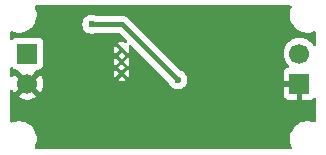
<source format=gbr>
%TF.GenerationSoftware,KiCad,Pcbnew,9.0.2*%
%TF.CreationDate,2025-09-11T23:54:02+05:30*%
%TF.ProjectId,DC_BUCK_CONVERTER,44435f42-5543-44b5-9f43-4f4e56455254,rev?*%
%TF.SameCoordinates,Original*%
%TF.FileFunction,Copper,L2,Bot*%
%TF.FilePolarity,Positive*%
%FSLAX46Y46*%
G04 Gerber Fmt 4.6, Leading zero omitted, Abs format (unit mm)*
G04 Created by KiCad (PCBNEW 9.0.2) date 2025-09-11 23:54:02*
%MOMM*%
%LPD*%
G01*
G04 APERTURE LIST*
%TA.AperFunction,ComponentPad*%
%ADD10C,0.300000*%
%TD*%
%TA.AperFunction,ComponentPad*%
%ADD11R,1.700000X1.700000*%
%TD*%
%TA.AperFunction,ComponentPad*%
%ADD12C,1.700000*%
%TD*%
%TA.AperFunction,ViaPad*%
%ADD13C,0.600000*%
%TD*%
%TA.AperFunction,Conductor*%
%ADD14C,0.400000*%
%TD*%
G04 APERTURE END LIST*
D10*
%TO.P,U1,14*%
%TO.N,GND*%
X157200000Y-83050000D03*
%TO.P,U1,15*%
X157200000Y-82050000D03*
%TO.P,U1,16*%
X157200000Y-81050000D03*
%TD*%
D11*
%TO.P,J1,1,Pin_1*%
%TO.N,VIN*%
X149200000Y-81375000D03*
D12*
%TO.P,J1,2,Pin_2*%
%TO.N,GND*%
X149200000Y-83915000D03*
%TD*%
D11*
%TO.P,J2,1,Pin_1*%
%TO.N,GND*%
X172250000Y-83925000D03*
D12*
%TO.P,J2,2,Pin_2*%
%TO.N,VOUT*%
X172250000Y-81385000D03*
%TD*%
D13*
%TO.N,Net-(U1-FB)*%
X154650000Y-78900000D03*
X161950000Y-83600000D03*
%TD*%
D14*
%TO.N,Net-(U1-FB)*%
X161950000Y-83600000D02*
X157250000Y-78900000D01*
X157250000Y-78900000D02*
X154650000Y-78900000D01*
%TD*%
%TA.AperFunction,Conductor*%
%TO.N,GND*%
G36*
X171538004Y-77320185D02*
G01*
X171583759Y-77372989D01*
X171593703Y-77442147D01*
X171581450Y-77480795D01*
X171559433Y-77524003D01*
X171486446Y-77748631D01*
X171449500Y-77981902D01*
X171449500Y-78218097D01*
X171486446Y-78451368D01*
X171559433Y-78675996D01*
X171666657Y-78886433D01*
X171805483Y-79077510D01*
X171972490Y-79244517D01*
X172163567Y-79383343D01*
X172250499Y-79427637D01*
X172374003Y-79490566D01*
X172374005Y-79490566D01*
X172374008Y-79490568D01*
X172470087Y-79521786D01*
X172598631Y-79563553D01*
X172831903Y-79600500D01*
X172831908Y-79600500D01*
X173068097Y-79600500D01*
X173301368Y-79563553D01*
X173487182Y-79503177D01*
X173557022Y-79501183D01*
X173616855Y-79537263D01*
X173647684Y-79599964D01*
X173649500Y-79621109D01*
X173649500Y-80640444D01*
X173629815Y-80707483D01*
X173577011Y-80753238D01*
X173507853Y-80763182D01*
X173444297Y-80734157D01*
X173415016Y-80696740D01*
X173405050Y-80677182D01*
X173280109Y-80505213D01*
X173129786Y-80354890D01*
X172957820Y-80229951D01*
X172768414Y-80133444D01*
X172768413Y-80133443D01*
X172768412Y-80133443D01*
X172566243Y-80067754D01*
X172566241Y-80067753D01*
X172566240Y-80067753D01*
X172404957Y-80042208D01*
X172356287Y-80034500D01*
X172143713Y-80034500D01*
X172095042Y-80042208D01*
X171933760Y-80067753D01*
X171731585Y-80133444D01*
X171542179Y-80229951D01*
X171370213Y-80354890D01*
X171219890Y-80505213D01*
X171094951Y-80677179D01*
X170998444Y-80866585D01*
X170932753Y-81068760D01*
X170905696Y-81239594D01*
X170899500Y-81278713D01*
X170899500Y-81491287D01*
X170932754Y-81701243D01*
X170984470Y-81860409D01*
X170998444Y-81903414D01*
X171094951Y-82092820D01*
X171219890Y-82264786D01*
X171333818Y-82378714D01*
X171367303Y-82440037D01*
X171362319Y-82509729D01*
X171320447Y-82565662D01*
X171289471Y-82582577D01*
X171157912Y-82631646D01*
X171157906Y-82631649D01*
X171042812Y-82717809D01*
X171042809Y-82717812D01*
X170956649Y-82832906D01*
X170956645Y-82832913D01*
X170906403Y-82967620D01*
X170906401Y-82967627D01*
X170900000Y-83027155D01*
X170900000Y-83675000D01*
X171816988Y-83675000D01*
X171784075Y-83732007D01*
X171750000Y-83859174D01*
X171750000Y-83990826D01*
X171784075Y-84117993D01*
X171816988Y-84175000D01*
X170900000Y-84175000D01*
X170900000Y-84822844D01*
X170906401Y-84882372D01*
X170906403Y-84882379D01*
X170956645Y-85017086D01*
X170956649Y-85017093D01*
X171042809Y-85132187D01*
X171042812Y-85132190D01*
X171157906Y-85218350D01*
X171157913Y-85218354D01*
X171292620Y-85268596D01*
X171292627Y-85268598D01*
X171352155Y-85274999D01*
X171352172Y-85275000D01*
X172000000Y-85275000D01*
X172000000Y-84358012D01*
X172057007Y-84390925D01*
X172184174Y-84425000D01*
X172315826Y-84425000D01*
X172442993Y-84390925D01*
X172500000Y-84358012D01*
X172500000Y-85275000D01*
X173147828Y-85275000D01*
X173147844Y-85274999D01*
X173207372Y-85268598D01*
X173207379Y-85268596D01*
X173342086Y-85218354D01*
X173342089Y-85218352D01*
X173451188Y-85136680D01*
X173516652Y-85112262D01*
X173584925Y-85127113D01*
X173634331Y-85176517D01*
X173649500Y-85235946D01*
X173649500Y-87078890D01*
X173629815Y-87145929D01*
X173577011Y-87191684D01*
X173507853Y-87201628D01*
X173487182Y-87196821D01*
X173301370Y-87136447D01*
X173068097Y-87099500D01*
X173068092Y-87099500D01*
X172831908Y-87099500D01*
X172831903Y-87099500D01*
X172598631Y-87136446D01*
X172374003Y-87209433D01*
X172163566Y-87316657D01*
X172054550Y-87395862D01*
X171972490Y-87455483D01*
X171972488Y-87455485D01*
X171972487Y-87455485D01*
X171805485Y-87622487D01*
X171805485Y-87622488D01*
X171805483Y-87622490D01*
X171745862Y-87704550D01*
X171666657Y-87813566D01*
X171559433Y-88024003D01*
X171486446Y-88248631D01*
X171449500Y-88481902D01*
X171449500Y-88718097D01*
X171486446Y-88951368D01*
X171522224Y-89061478D01*
X171559432Y-89175992D01*
X171559433Y-89175995D01*
X171559434Y-89175996D01*
X171606926Y-89269205D01*
X171619822Y-89337875D01*
X171593545Y-89402615D01*
X171536439Y-89442872D01*
X171496441Y-89449500D01*
X149953559Y-89449500D01*
X149886520Y-89429815D01*
X149840765Y-89377011D01*
X149830821Y-89307853D01*
X149843074Y-89269205D01*
X149856414Y-89243022D01*
X149890568Y-89175992D01*
X149963553Y-88951368D01*
X149988929Y-88791150D01*
X150000500Y-88718097D01*
X150000500Y-88481902D01*
X149963553Y-88248631D01*
X149890566Y-88024003D01*
X149783342Y-87813566D01*
X149644517Y-87622490D01*
X149477510Y-87455483D01*
X149286433Y-87316657D01*
X149249499Y-87297838D01*
X149075996Y-87209433D01*
X148851368Y-87136446D01*
X148618097Y-87099500D01*
X148618092Y-87099500D01*
X148381908Y-87099500D01*
X148381903Y-87099500D01*
X148148631Y-87136446D01*
X147924003Y-87209433D01*
X147921944Y-87210287D01*
X147921099Y-87210377D01*
X147919375Y-87210938D01*
X147919257Y-87210575D01*
X147852474Y-87217750D01*
X147789997Y-87186470D01*
X147754349Y-87126379D01*
X147750500Y-87095722D01*
X147750500Y-84560323D01*
X147770185Y-84493284D01*
X147822989Y-84447529D01*
X147892147Y-84437585D01*
X147955703Y-84466610D01*
X147984985Y-84504028D01*
X148045375Y-84622550D01*
X148084728Y-84676716D01*
X148717037Y-84044408D01*
X148734075Y-84107993D01*
X148799901Y-84222007D01*
X148892993Y-84315099D01*
X149007007Y-84380925D01*
X149070590Y-84397962D01*
X148438282Y-85030269D01*
X148438282Y-85030270D01*
X148492449Y-85069624D01*
X148681782Y-85166095D01*
X148883870Y-85231757D01*
X149093754Y-85265000D01*
X149306246Y-85265000D01*
X149516127Y-85231757D01*
X149516130Y-85231757D01*
X149718217Y-85166095D01*
X149907554Y-85069622D01*
X149961716Y-85030270D01*
X149961717Y-85030270D01*
X149329408Y-84397962D01*
X149392993Y-84380925D01*
X149507007Y-84315099D01*
X149600099Y-84222007D01*
X149665925Y-84107993D01*
X149682962Y-84044408D01*
X150315270Y-84676717D01*
X150315270Y-84676716D01*
X150354622Y-84622554D01*
X150451095Y-84433217D01*
X150516757Y-84231130D01*
X150516757Y-84231127D01*
X150550000Y-84021246D01*
X150550000Y-83808753D01*
X150517504Y-83603591D01*
X156858540Y-83603591D01*
X156892112Y-83626023D01*
X157010401Y-83675020D01*
X157010409Y-83675022D01*
X157135976Y-83699999D01*
X157135980Y-83700000D01*
X157264020Y-83700000D01*
X157264023Y-83699999D01*
X157389590Y-83675022D01*
X157389594Y-83675021D01*
X157507891Y-83626020D01*
X157507898Y-83626016D01*
X157541458Y-83603591D01*
X157541459Y-83603590D01*
X157200001Y-83262132D01*
X157200000Y-83262132D01*
X156858540Y-83603591D01*
X150517504Y-83603591D01*
X150516757Y-83598872D01*
X150516755Y-83598864D01*
X150515726Y-83595694D01*
X150451095Y-83396782D01*
X150354624Y-83207449D01*
X150315270Y-83153282D01*
X150315269Y-83153282D01*
X149682962Y-83785590D01*
X149665925Y-83722007D01*
X149600099Y-83607993D01*
X149507007Y-83514901D01*
X149392993Y-83449075D01*
X149329409Y-83432037D01*
X149775469Y-82985976D01*
X156550000Y-82985976D01*
X156550000Y-83114023D01*
X156574977Y-83239590D01*
X156574979Y-83239598D01*
X156623976Y-83357886D01*
X156623981Y-83357896D01*
X156646407Y-83391458D01*
X156646408Y-83391458D01*
X156987868Y-83050000D01*
X156987868Y-83049999D01*
X156967978Y-83030109D01*
X157100000Y-83030109D01*
X157100000Y-83069891D01*
X157115224Y-83106645D01*
X157143355Y-83134776D01*
X157180109Y-83150000D01*
X157219891Y-83150000D01*
X157256645Y-83134776D01*
X157284776Y-83106645D01*
X157300000Y-83069891D01*
X157300000Y-83049999D01*
X157412132Y-83049999D01*
X157412132Y-83050001D01*
X157753590Y-83391459D01*
X157753591Y-83391458D01*
X157776016Y-83357898D01*
X157776020Y-83357891D01*
X157825021Y-83239594D01*
X157825022Y-83239590D01*
X157849999Y-83114023D01*
X157850000Y-83114020D01*
X157850000Y-82985980D01*
X157849999Y-82985976D01*
X157825022Y-82860409D01*
X157825020Y-82860401D01*
X157776023Y-82742112D01*
X157753591Y-82708540D01*
X157412132Y-83049999D01*
X157300000Y-83049999D01*
X157300000Y-83030109D01*
X157284776Y-82993355D01*
X157256645Y-82965224D01*
X157219891Y-82950000D01*
X157180109Y-82950000D01*
X157143355Y-82965224D01*
X157115224Y-82993355D01*
X157100000Y-83030109D01*
X156967978Y-83030109D01*
X156646408Y-82708539D01*
X156646407Y-82708540D01*
X156623978Y-82742109D01*
X156574979Y-82860401D01*
X156574977Y-82860409D01*
X156550000Y-82985976D01*
X149775469Y-82985976D01*
X149869237Y-82892208D01*
X149999627Y-82761818D01*
X150060950Y-82728333D01*
X150087307Y-82725499D01*
X150097872Y-82725499D01*
X150157483Y-82719091D01*
X150292331Y-82668796D01*
X150407546Y-82582546D01*
X150431910Y-82550000D01*
X156912132Y-82550000D01*
X157200000Y-82837868D01*
X157487868Y-82550000D01*
X157200000Y-82262132D01*
X156912132Y-82550000D01*
X150431910Y-82550000D01*
X150493796Y-82467331D01*
X150544091Y-82332483D01*
X150550500Y-82272873D01*
X150550500Y-81985976D01*
X156550000Y-81985976D01*
X156550000Y-82114023D01*
X156574977Y-82239590D01*
X156574979Y-82239598D01*
X156623976Y-82357886D01*
X156623981Y-82357896D01*
X156646407Y-82391458D01*
X156646408Y-82391458D01*
X156987868Y-82050000D01*
X156987868Y-82049999D01*
X156967978Y-82030109D01*
X157100000Y-82030109D01*
X157100000Y-82069891D01*
X157115224Y-82106645D01*
X157143355Y-82134776D01*
X157180109Y-82150000D01*
X157219891Y-82150000D01*
X157256645Y-82134776D01*
X157284776Y-82106645D01*
X157300000Y-82069891D01*
X157300000Y-82049999D01*
X157412132Y-82049999D01*
X157412132Y-82050001D01*
X157753590Y-82391459D01*
X157753591Y-82391458D01*
X157776016Y-82357898D01*
X157776020Y-82357891D01*
X157825021Y-82239594D01*
X157825022Y-82239590D01*
X157849999Y-82114023D01*
X157850000Y-82114020D01*
X157850000Y-81985980D01*
X157849999Y-81985976D01*
X157825022Y-81860409D01*
X157825020Y-81860401D01*
X157776023Y-81742112D01*
X157753591Y-81708540D01*
X157412132Y-82049999D01*
X157300000Y-82049999D01*
X157300000Y-82030109D01*
X157284776Y-81993355D01*
X157256645Y-81965224D01*
X157219891Y-81950000D01*
X157180109Y-81950000D01*
X157143355Y-81965224D01*
X157115224Y-81993355D01*
X157100000Y-82030109D01*
X156967978Y-82030109D01*
X156646408Y-81708539D01*
X156646407Y-81708540D01*
X156623978Y-81742109D01*
X156574979Y-81860401D01*
X156574977Y-81860409D01*
X156550000Y-81985976D01*
X150550500Y-81985976D01*
X150550500Y-81550000D01*
X156912132Y-81550000D01*
X157200000Y-81837868D01*
X157487868Y-81550000D01*
X157200000Y-81262132D01*
X156912132Y-81550000D01*
X150550500Y-81550000D01*
X150550499Y-80985976D01*
X156550000Y-80985976D01*
X156550000Y-81114023D01*
X156574977Y-81239590D01*
X156574979Y-81239598D01*
X156623976Y-81357886D01*
X156623981Y-81357896D01*
X156646407Y-81391458D01*
X156646408Y-81391458D01*
X156987868Y-81050000D01*
X156987868Y-81049999D01*
X156967978Y-81030109D01*
X157100000Y-81030109D01*
X157100000Y-81069891D01*
X157115224Y-81106645D01*
X157143355Y-81134776D01*
X157180109Y-81150000D01*
X157219891Y-81150000D01*
X157256645Y-81134776D01*
X157284776Y-81106645D01*
X157300000Y-81069891D01*
X157300000Y-81030109D01*
X157284776Y-80993355D01*
X157256645Y-80965224D01*
X157219891Y-80950000D01*
X157180109Y-80950000D01*
X157143355Y-80965224D01*
X157115224Y-80993355D01*
X157100000Y-81030109D01*
X156967978Y-81030109D01*
X156646408Y-80708539D01*
X156646407Y-80708540D01*
X156623978Y-80742109D01*
X156574979Y-80860401D01*
X156574977Y-80860409D01*
X156550000Y-80985976D01*
X150550499Y-80985976D01*
X150550499Y-80477128D01*
X150544091Y-80417517D01*
X150493796Y-80282669D01*
X150493795Y-80282668D01*
X150493793Y-80282664D01*
X150407547Y-80167455D01*
X150407544Y-80167452D01*
X150292335Y-80081206D01*
X150292328Y-80081202D01*
X150157482Y-80030908D01*
X150157483Y-80030908D01*
X150097883Y-80024501D01*
X150097881Y-80024500D01*
X150097873Y-80024500D01*
X150097864Y-80024500D01*
X148302129Y-80024500D01*
X148302123Y-80024501D01*
X148242516Y-80030908D01*
X148107671Y-80081202D01*
X148107664Y-80081206D01*
X147992455Y-80167452D01*
X147973766Y-80192418D01*
X147917832Y-80234288D01*
X147848140Y-80239272D01*
X147786818Y-80205786D01*
X147753333Y-80144462D01*
X147750500Y-80118106D01*
X147750500Y-79604277D01*
X147770185Y-79537238D01*
X147822989Y-79491483D01*
X147892147Y-79481539D01*
X147921959Y-79489719D01*
X147924002Y-79490565D01*
X147924008Y-79490568D01*
X148067720Y-79537263D01*
X148148631Y-79563553D01*
X148381903Y-79600500D01*
X148381908Y-79600500D01*
X148618097Y-79600500D01*
X148851368Y-79563553D01*
X149075992Y-79490568D01*
X149286433Y-79383343D01*
X149477510Y-79244517D01*
X149644517Y-79077510D01*
X149783343Y-78886433D01*
X149816605Y-78821153D01*
X153849500Y-78821153D01*
X153849500Y-78978846D01*
X153880261Y-79133489D01*
X153880264Y-79133501D01*
X153940602Y-79279172D01*
X153940609Y-79279185D01*
X154028210Y-79410288D01*
X154028213Y-79410292D01*
X154139707Y-79521786D01*
X154139711Y-79521789D01*
X154270814Y-79609390D01*
X154270827Y-79609397D01*
X154337031Y-79636819D01*
X154416503Y-79669737D01*
X154571153Y-79700499D01*
X154571156Y-79700500D01*
X154571158Y-79700500D01*
X154728844Y-79700500D01*
X154728845Y-79700499D01*
X154883497Y-79669737D01*
X154962969Y-79636819D01*
X155027864Y-79609939D01*
X155075316Y-79600500D01*
X156908481Y-79600500D01*
X156975520Y-79620185D01*
X156996162Y-79636819D01*
X157622632Y-80263289D01*
X157656117Y-80324612D01*
X157651133Y-80394304D01*
X157609261Y-80450237D01*
X157543797Y-80474654D01*
X157487498Y-80465531D01*
X157389598Y-80424979D01*
X157389590Y-80424977D01*
X157264023Y-80400000D01*
X157135976Y-80400000D01*
X157010409Y-80424977D01*
X157010401Y-80424979D01*
X156892109Y-80473978D01*
X156858540Y-80496407D01*
X156858539Y-80496408D01*
X157306066Y-80943934D01*
X157753590Y-81391459D01*
X157753591Y-81391458D01*
X157776016Y-81357898D01*
X157776020Y-81357891D01*
X157825021Y-81239594D01*
X157825022Y-81239590D01*
X157849999Y-81114023D01*
X157850000Y-81114020D01*
X157850000Y-80985980D01*
X157849999Y-80985976D01*
X157825022Y-80860409D01*
X157825021Y-80860405D01*
X157784468Y-80762502D01*
X157776999Y-80693032D01*
X157808273Y-80630553D01*
X157868362Y-80594900D01*
X157938187Y-80597393D01*
X157986710Y-80627367D01*
X161153928Y-83794585D01*
X161180808Y-83834814D01*
X161240602Y-83979172D01*
X161240609Y-83979185D01*
X161328210Y-84110288D01*
X161328213Y-84110292D01*
X161439707Y-84221786D01*
X161439711Y-84221789D01*
X161570814Y-84309390D01*
X161570827Y-84309397D01*
X161716498Y-84369735D01*
X161716503Y-84369737D01*
X161823022Y-84390925D01*
X161871153Y-84400499D01*
X161871156Y-84400500D01*
X161871158Y-84400500D01*
X162028844Y-84400500D01*
X162028845Y-84400499D01*
X162183497Y-84369737D01*
X162329179Y-84309394D01*
X162460289Y-84221789D01*
X162571789Y-84110289D01*
X162584578Y-84091147D01*
X162608901Y-84054748D01*
X162608901Y-84054747D01*
X162612741Y-84049000D01*
X162659394Y-83979179D01*
X162719737Y-83833497D01*
X162750500Y-83678842D01*
X162750500Y-83521158D01*
X162750500Y-83521155D01*
X162750499Y-83521153D01*
X162731373Y-83425000D01*
X162719737Y-83366503D01*
X162698946Y-83316309D01*
X162659397Y-83220827D01*
X162659390Y-83220814D01*
X162571789Y-83089711D01*
X162571786Y-83089707D01*
X162460292Y-82978213D01*
X162460288Y-82978210D01*
X162329185Y-82890609D01*
X162329172Y-82890602D01*
X162184814Y-82830808D01*
X162144585Y-82803928D01*
X157696546Y-78355888D01*
X157696545Y-78355887D01*
X157581807Y-78279222D01*
X157454332Y-78226421D01*
X157454322Y-78226418D01*
X157318996Y-78199500D01*
X157318994Y-78199500D01*
X157318993Y-78199500D01*
X155075316Y-78199500D01*
X155027864Y-78190061D01*
X154883501Y-78130264D01*
X154883489Y-78130261D01*
X154728845Y-78099500D01*
X154728842Y-78099500D01*
X154571158Y-78099500D01*
X154571155Y-78099500D01*
X154416510Y-78130261D01*
X154416498Y-78130264D01*
X154270827Y-78190602D01*
X154270814Y-78190609D01*
X154139711Y-78278210D01*
X154139707Y-78278213D01*
X154028213Y-78389707D01*
X154028210Y-78389711D01*
X153940609Y-78520814D01*
X153940602Y-78520827D01*
X153880264Y-78666498D01*
X153880261Y-78666510D01*
X153849500Y-78821153D01*
X149816605Y-78821153D01*
X149890568Y-78675992D01*
X149963553Y-78451368D01*
X149971043Y-78404076D01*
X150000500Y-78218097D01*
X150000500Y-77981902D01*
X149963553Y-77748631D01*
X149890566Y-77524003D01*
X149868550Y-77480795D01*
X149855654Y-77412126D01*
X149881930Y-77347385D01*
X149939037Y-77307128D01*
X149979035Y-77300500D01*
X171470965Y-77300500D01*
X171538004Y-77320185D01*
G37*
%TD.AperFunction*%
%TA.AperFunction,Conductor*%
G36*
X147955703Y-82538180D02*
G01*
X147973767Y-82557583D01*
X147992454Y-82582546D01*
X147992455Y-82582547D01*
X148107664Y-82668793D01*
X148107671Y-82668797D01*
X148140636Y-82681092D01*
X148242517Y-82719091D01*
X148302127Y-82725500D01*
X148312685Y-82725499D01*
X148379723Y-82745179D01*
X148400372Y-82761818D01*
X149070591Y-83432037D01*
X149007007Y-83449075D01*
X148892993Y-83514901D01*
X148799901Y-83607993D01*
X148734075Y-83722007D01*
X148717037Y-83785591D01*
X148084728Y-83153282D01*
X148084727Y-83153282D01*
X148045380Y-83207440D01*
X148045378Y-83207443D01*
X147984984Y-83325972D01*
X147937010Y-83376767D01*
X147869189Y-83393562D01*
X147803054Y-83371024D01*
X147759603Y-83316309D01*
X147750500Y-83269676D01*
X147750500Y-82631893D01*
X147770185Y-82564854D01*
X147822989Y-82519099D01*
X147892147Y-82509155D01*
X147955703Y-82538180D01*
G37*
%TD.AperFunction*%
%TD*%
M02*

</source>
